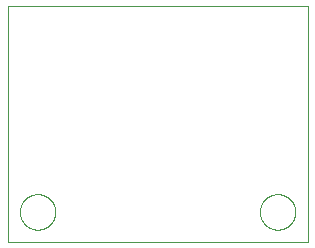
<source format=gbr>
G04 EAGLE Gerber RS-274X export*
G75*
%MOMM*%
%FSLAX34Y34*%
%LPD*%
%AMOC8*
5,1,8,0,0,1.08239X$1,22.5*%
G01*
%ADD10C,0.025400*%
%ADD11C,0.000000*%


D10*
X0Y0D02*
X254000Y0D01*
X254000Y200000D01*
X0Y200000D01*
X0Y0D01*
D11*
X10400Y25400D02*
X10405Y25768D01*
X10418Y26136D01*
X10441Y26503D01*
X10472Y26870D01*
X10513Y27236D01*
X10562Y27601D01*
X10621Y27964D01*
X10688Y28326D01*
X10764Y28687D01*
X10850Y29045D01*
X10943Y29401D01*
X11046Y29754D01*
X11157Y30105D01*
X11277Y30453D01*
X11405Y30798D01*
X11542Y31140D01*
X11687Y31479D01*
X11840Y31813D01*
X12002Y32144D01*
X12171Y32471D01*
X12349Y32793D01*
X12534Y33112D01*
X12727Y33425D01*
X12928Y33734D01*
X13136Y34037D01*
X13352Y34335D01*
X13575Y34628D01*
X13805Y34916D01*
X14042Y35198D01*
X14286Y35473D01*
X14536Y35743D01*
X14793Y36007D01*
X15057Y36264D01*
X15327Y36514D01*
X15602Y36758D01*
X15884Y36995D01*
X16172Y37225D01*
X16465Y37448D01*
X16763Y37664D01*
X17066Y37872D01*
X17375Y38073D01*
X17688Y38266D01*
X18007Y38451D01*
X18329Y38629D01*
X18656Y38798D01*
X18987Y38960D01*
X19321Y39113D01*
X19660Y39258D01*
X20002Y39395D01*
X20347Y39523D01*
X20695Y39643D01*
X21046Y39754D01*
X21399Y39857D01*
X21755Y39950D01*
X22113Y40036D01*
X22474Y40112D01*
X22836Y40179D01*
X23199Y40238D01*
X23564Y40287D01*
X23930Y40328D01*
X24297Y40359D01*
X24664Y40382D01*
X25032Y40395D01*
X25400Y40400D01*
X25768Y40395D01*
X26136Y40382D01*
X26503Y40359D01*
X26870Y40328D01*
X27236Y40287D01*
X27601Y40238D01*
X27964Y40179D01*
X28326Y40112D01*
X28687Y40036D01*
X29045Y39950D01*
X29401Y39857D01*
X29754Y39754D01*
X30105Y39643D01*
X30453Y39523D01*
X30798Y39395D01*
X31140Y39258D01*
X31479Y39113D01*
X31813Y38960D01*
X32144Y38798D01*
X32471Y38629D01*
X32793Y38451D01*
X33112Y38266D01*
X33425Y38073D01*
X33734Y37872D01*
X34037Y37664D01*
X34335Y37448D01*
X34628Y37225D01*
X34916Y36995D01*
X35198Y36758D01*
X35473Y36514D01*
X35743Y36264D01*
X36007Y36007D01*
X36264Y35743D01*
X36514Y35473D01*
X36758Y35198D01*
X36995Y34916D01*
X37225Y34628D01*
X37448Y34335D01*
X37664Y34037D01*
X37872Y33734D01*
X38073Y33425D01*
X38266Y33112D01*
X38451Y32793D01*
X38629Y32471D01*
X38798Y32144D01*
X38960Y31813D01*
X39113Y31479D01*
X39258Y31140D01*
X39395Y30798D01*
X39523Y30453D01*
X39643Y30105D01*
X39754Y29754D01*
X39857Y29401D01*
X39950Y29045D01*
X40036Y28687D01*
X40112Y28326D01*
X40179Y27964D01*
X40238Y27601D01*
X40287Y27236D01*
X40328Y26870D01*
X40359Y26503D01*
X40382Y26136D01*
X40395Y25768D01*
X40400Y25400D01*
X40395Y25032D01*
X40382Y24664D01*
X40359Y24297D01*
X40328Y23930D01*
X40287Y23564D01*
X40238Y23199D01*
X40179Y22836D01*
X40112Y22474D01*
X40036Y22113D01*
X39950Y21755D01*
X39857Y21399D01*
X39754Y21046D01*
X39643Y20695D01*
X39523Y20347D01*
X39395Y20002D01*
X39258Y19660D01*
X39113Y19321D01*
X38960Y18987D01*
X38798Y18656D01*
X38629Y18329D01*
X38451Y18007D01*
X38266Y17688D01*
X38073Y17375D01*
X37872Y17066D01*
X37664Y16763D01*
X37448Y16465D01*
X37225Y16172D01*
X36995Y15884D01*
X36758Y15602D01*
X36514Y15327D01*
X36264Y15057D01*
X36007Y14793D01*
X35743Y14536D01*
X35473Y14286D01*
X35198Y14042D01*
X34916Y13805D01*
X34628Y13575D01*
X34335Y13352D01*
X34037Y13136D01*
X33734Y12928D01*
X33425Y12727D01*
X33112Y12534D01*
X32793Y12349D01*
X32471Y12171D01*
X32144Y12002D01*
X31813Y11840D01*
X31479Y11687D01*
X31140Y11542D01*
X30798Y11405D01*
X30453Y11277D01*
X30105Y11157D01*
X29754Y11046D01*
X29401Y10943D01*
X29045Y10850D01*
X28687Y10764D01*
X28326Y10688D01*
X27964Y10621D01*
X27601Y10562D01*
X27236Y10513D01*
X26870Y10472D01*
X26503Y10441D01*
X26136Y10418D01*
X25768Y10405D01*
X25400Y10400D01*
X25032Y10405D01*
X24664Y10418D01*
X24297Y10441D01*
X23930Y10472D01*
X23564Y10513D01*
X23199Y10562D01*
X22836Y10621D01*
X22474Y10688D01*
X22113Y10764D01*
X21755Y10850D01*
X21399Y10943D01*
X21046Y11046D01*
X20695Y11157D01*
X20347Y11277D01*
X20002Y11405D01*
X19660Y11542D01*
X19321Y11687D01*
X18987Y11840D01*
X18656Y12002D01*
X18329Y12171D01*
X18007Y12349D01*
X17688Y12534D01*
X17375Y12727D01*
X17066Y12928D01*
X16763Y13136D01*
X16465Y13352D01*
X16172Y13575D01*
X15884Y13805D01*
X15602Y14042D01*
X15327Y14286D01*
X15057Y14536D01*
X14793Y14793D01*
X14536Y15057D01*
X14286Y15327D01*
X14042Y15602D01*
X13805Y15884D01*
X13575Y16172D01*
X13352Y16465D01*
X13136Y16763D01*
X12928Y17066D01*
X12727Y17375D01*
X12534Y17688D01*
X12349Y18007D01*
X12171Y18329D01*
X12002Y18656D01*
X11840Y18987D01*
X11687Y19321D01*
X11542Y19660D01*
X11405Y20002D01*
X11277Y20347D01*
X11157Y20695D01*
X11046Y21046D01*
X10943Y21399D01*
X10850Y21755D01*
X10764Y22113D01*
X10688Y22474D01*
X10621Y22836D01*
X10562Y23199D01*
X10513Y23564D01*
X10472Y23930D01*
X10441Y24297D01*
X10418Y24664D01*
X10405Y25032D01*
X10400Y25400D01*
X213600Y25400D02*
X213605Y25768D01*
X213618Y26136D01*
X213641Y26503D01*
X213672Y26870D01*
X213713Y27236D01*
X213762Y27601D01*
X213821Y27964D01*
X213888Y28326D01*
X213964Y28687D01*
X214050Y29045D01*
X214143Y29401D01*
X214246Y29754D01*
X214357Y30105D01*
X214477Y30453D01*
X214605Y30798D01*
X214742Y31140D01*
X214887Y31479D01*
X215040Y31813D01*
X215202Y32144D01*
X215371Y32471D01*
X215549Y32793D01*
X215734Y33112D01*
X215927Y33425D01*
X216128Y33734D01*
X216336Y34037D01*
X216552Y34335D01*
X216775Y34628D01*
X217005Y34916D01*
X217242Y35198D01*
X217486Y35473D01*
X217736Y35743D01*
X217993Y36007D01*
X218257Y36264D01*
X218527Y36514D01*
X218802Y36758D01*
X219084Y36995D01*
X219372Y37225D01*
X219665Y37448D01*
X219963Y37664D01*
X220266Y37872D01*
X220575Y38073D01*
X220888Y38266D01*
X221207Y38451D01*
X221529Y38629D01*
X221856Y38798D01*
X222187Y38960D01*
X222521Y39113D01*
X222860Y39258D01*
X223202Y39395D01*
X223547Y39523D01*
X223895Y39643D01*
X224246Y39754D01*
X224599Y39857D01*
X224955Y39950D01*
X225313Y40036D01*
X225674Y40112D01*
X226036Y40179D01*
X226399Y40238D01*
X226764Y40287D01*
X227130Y40328D01*
X227497Y40359D01*
X227864Y40382D01*
X228232Y40395D01*
X228600Y40400D01*
X228968Y40395D01*
X229336Y40382D01*
X229703Y40359D01*
X230070Y40328D01*
X230436Y40287D01*
X230801Y40238D01*
X231164Y40179D01*
X231526Y40112D01*
X231887Y40036D01*
X232245Y39950D01*
X232601Y39857D01*
X232954Y39754D01*
X233305Y39643D01*
X233653Y39523D01*
X233998Y39395D01*
X234340Y39258D01*
X234679Y39113D01*
X235013Y38960D01*
X235344Y38798D01*
X235671Y38629D01*
X235993Y38451D01*
X236312Y38266D01*
X236625Y38073D01*
X236934Y37872D01*
X237237Y37664D01*
X237535Y37448D01*
X237828Y37225D01*
X238116Y36995D01*
X238398Y36758D01*
X238673Y36514D01*
X238943Y36264D01*
X239207Y36007D01*
X239464Y35743D01*
X239714Y35473D01*
X239958Y35198D01*
X240195Y34916D01*
X240425Y34628D01*
X240648Y34335D01*
X240864Y34037D01*
X241072Y33734D01*
X241273Y33425D01*
X241466Y33112D01*
X241651Y32793D01*
X241829Y32471D01*
X241998Y32144D01*
X242160Y31813D01*
X242313Y31479D01*
X242458Y31140D01*
X242595Y30798D01*
X242723Y30453D01*
X242843Y30105D01*
X242954Y29754D01*
X243057Y29401D01*
X243150Y29045D01*
X243236Y28687D01*
X243312Y28326D01*
X243379Y27964D01*
X243438Y27601D01*
X243487Y27236D01*
X243528Y26870D01*
X243559Y26503D01*
X243582Y26136D01*
X243595Y25768D01*
X243600Y25400D01*
X243595Y25032D01*
X243582Y24664D01*
X243559Y24297D01*
X243528Y23930D01*
X243487Y23564D01*
X243438Y23199D01*
X243379Y22836D01*
X243312Y22474D01*
X243236Y22113D01*
X243150Y21755D01*
X243057Y21399D01*
X242954Y21046D01*
X242843Y20695D01*
X242723Y20347D01*
X242595Y20002D01*
X242458Y19660D01*
X242313Y19321D01*
X242160Y18987D01*
X241998Y18656D01*
X241829Y18329D01*
X241651Y18007D01*
X241466Y17688D01*
X241273Y17375D01*
X241072Y17066D01*
X240864Y16763D01*
X240648Y16465D01*
X240425Y16172D01*
X240195Y15884D01*
X239958Y15602D01*
X239714Y15327D01*
X239464Y15057D01*
X239207Y14793D01*
X238943Y14536D01*
X238673Y14286D01*
X238398Y14042D01*
X238116Y13805D01*
X237828Y13575D01*
X237535Y13352D01*
X237237Y13136D01*
X236934Y12928D01*
X236625Y12727D01*
X236312Y12534D01*
X235993Y12349D01*
X235671Y12171D01*
X235344Y12002D01*
X235013Y11840D01*
X234679Y11687D01*
X234340Y11542D01*
X233998Y11405D01*
X233653Y11277D01*
X233305Y11157D01*
X232954Y11046D01*
X232601Y10943D01*
X232245Y10850D01*
X231887Y10764D01*
X231526Y10688D01*
X231164Y10621D01*
X230801Y10562D01*
X230436Y10513D01*
X230070Y10472D01*
X229703Y10441D01*
X229336Y10418D01*
X228968Y10405D01*
X228600Y10400D01*
X228232Y10405D01*
X227864Y10418D01*
X227497Y10441D01*
X227130Y10472D01*
X226764Y10513D01*
X226399Y10562D01*
X226036Y10621D01*
X225674Y10688D01*
X225313Y10764D01*
X224955Y10850D01*
X224599Y10943D01*
X224246Y11046D01*
X223895Y11157D01*
X223547Y11277D01*
X223202Y11405D01*
X222860Y11542D01*
X222521Y11687D01*
X222187Y11840D01*
X221856Y12002D01*
X221529Y12171D01*
X221207Y12349D01*
X220888Y12534D01*
X220575Y12727D01*
X220266Y12928D01*
X219963Y13136D01*
X219665Y13352D01*
X219372Y13575D01*
X219084Y13805D01*
X218802Y14042D01*
X218527Y14286D01*
X218257Y14536D01*
X217993Y14793D01*
X217736Y15057D01*
X217486Y15327D01*
X217242Y15602D01*
X217005Y15884D01*
X216775Y16172D01*
X216552Y16465D01*
X216336Y16763D01*
X216128Y17066D01*
X215927Y17375D01*
X215734Y17688D01*
X215549Y18007D01*
X215371Y18329D01*
X215202Y18656D01*
X215040Y18987D01*
X214887Y19321D01*
X214742Y19660D01*
X214605Y20002D01*
X214477Y20347D01*
X214357Y20695D01*
X214246Y21046D01*
X214143Y21399D01*
X214050Y21755D01*
X213964Y22113D01*
X213888Y22474D01*
X213821Y22836D01*
X213762Y23199D01*
X213713Y23564D01*
X213672Y23930D01*
X213641Y24297D01*
X213618Y24664D01*
X213605Y25032D01*
X213600Y25400D01*
M02*

</source>
